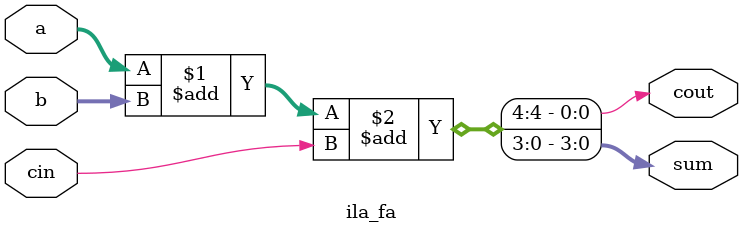
<source format=v>
`timescale 1ns / 1ps


module ila_fa(
    input [3:0] a,
    input [3:0] b,
    input cin,
    output [3:0] sum,
    output cout
    );
    assign {cout, sum} = a+b+cin;
endmodule

</source>
